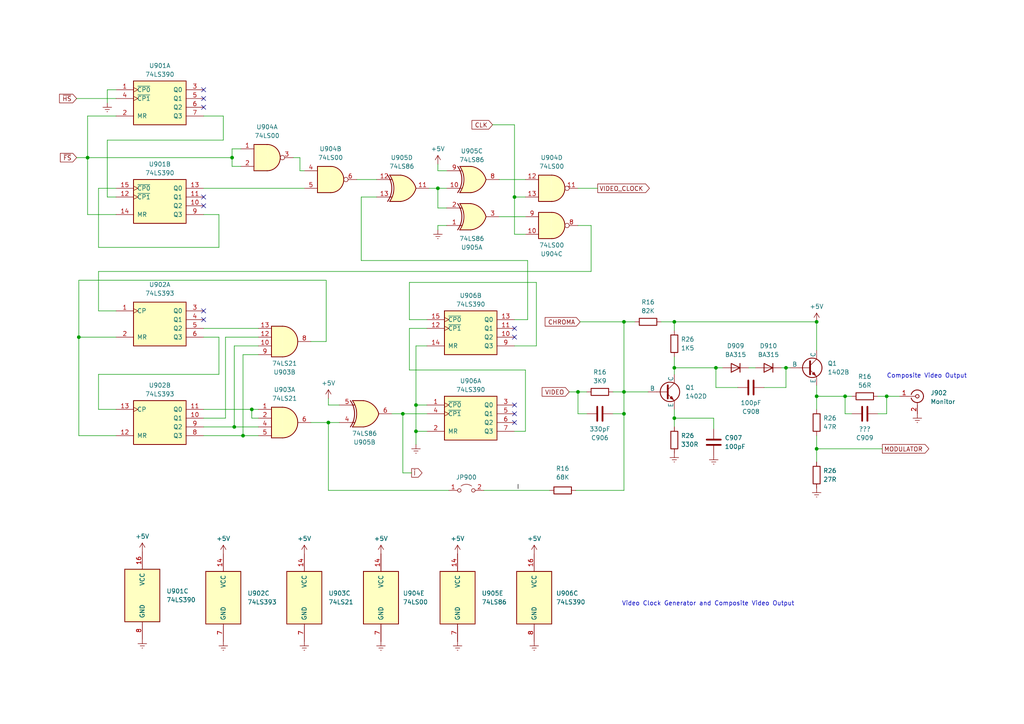
<source format=kicad_sch>
(kicad_sch (version 20230121) (generator eeschema)
  (paper "A4")
  (lib_symbols
    (symbol "74xx:74LS00" (pin_names (offset 1.016))
      (property "Reference" "U" (at 0 1.27 0))
      (property "Value" "74LS00" (at 0 -1.27 0))
      (symbol "74LS00_1_1"
        (arc (start 0 -3.81) (mid 3.7934 0) (end 0 3.81) (stroke (width 0.254)) (fill (type background)))
        (polyline (pts (xy 0 3.81) (xy -3.81 3.81) (xy -3.81 -3.81) (xy 0 -3.81)) (stroke (width 0.254)) (fill (type background)))
        (pin input line (at -7.62 2.54 0) (length 3.81) (name "~") (number "1"))
        (pin input line (at -7.62 -2.54 0) (length 3.81) (name "~") (number "2"))
        (pin output inverted (at 7.62 0 180) (length 3.81) (name "~") (number "3"))
      )
      (symbol "74LS00_1_2"
        (arc (start -3.81 -3.81) (mid -2.589 0) (end -3.81 3.81) (stroke (width 0.254)))
        (arc (start -0.6096 -3.81) (mid 2.1842 -2.5851) (end 3.81 0) (stroke (width 0.254)) (fill (type background)))
        (polyline (pts (xy -3.81 -3.81) (xy -0.635 -3.81)) (stroke (width 0.254)) (fill (type background)))
        (polyline (pts (xy -3.81 3.81) (xy -0.635 3.81)) (stroke (width 0.254)) (fill (type background)))
        (polyline (pts (xy -0.635 3.81) (xy -3.81 3.81) (xy -3.81 3.81) (xy -3.556 3.4036) (xy -3.0226 2.2606) (xy -2.6924 1.0414) (xy -2.6162 -0.254) (xy -2.7686 -1.4986) (xy -3.175 -2.7178) (xy -3.81 -3.81) (xy -3.81 -3.81) (xy -0.635 -3.81)) (stroke (width -25.4)) (fill (type background)))
        (arc (start 3.81 0) (mid 2.1915 2.5936) (end -0.6096 3.81) (stroke (width 0.254)) (fill (type background)))
        (pin input inverted (at -7.62 2.54 0) (length 4.318) (name "~") (number "1"))
        (pin input inverted (at -7.62 -2.54 0) (length 4.318) (name "~") (number "2"))
        (pin output line (at 7.62 0 180) (length 3.81) (name "~") (number "3"))
      )
      (symbol "74LS00_2_1"
        (arc (start 0 -3.81) (mid 3.7934 0) (end 0 3.81) (stroke (width 0.254)) (fill (type background)))
        (polyline (pts (xy 0 3.81) (xy -3.81 3.81) (xy -3.81 -3.81) (xy 0 -3.81)) (stroke (width 0.254)) (fill (type background)))
        (pin input line (at -7.62 2.54 0) (length 3.81) (name "~") (number "4"))
        (pin input line (at -7.62 -2.54 0) (length 3.81) (name "~") (number "5"))
        (pin output inverted (at 7.62 0 180) (length 3.81) (name "~") (number "6"))
      )
      (symbol "74LS00_2_2"
        (arc (start -3.81 -3.81) (mid -2.589 0) (end -3.81 3.81) (stroke (width 0.254)))
        (arc (start -0.6096 -3.81) (mid 2.1842 -2.5851) (end 3.81 0) (stroke (width 0.254)) (fill (type background)))
        (polyline (pts (xy -3.81 -3.81) (xy -0.635 -3.81)) (stroke (width 0.254)) (fill (type background)))
        (polyline (pts (xy -3.81 3.81) (xy -0.635 3.81)) (stroke (width 0.254)) (fill (type background)))
        (polyline (pts (xy -0.635 3.81) (xy -3.81 3.81) (xy -3.81 3.81) (xy -3.556 3.4036) (xy -3.0226 2.2606) (xy -2.6924 1.0414) (xy -2.6162 -0.254) (xy -2.7686 -1.4986) (xy -3.175 -2.7178) (xy -3.81 -3.81) (xy -3.81 -3.81) (xy -0.635 -3.81)) (stroke (width -25.4)) (fill (type background)))
        (arc (start 3.81 0) (mid 2.1915 2.5936) (end -0.6096 3.81) (stroke (width 0.254)) (fill (type background)))
        (pin input inverted (at -7.62 2.54 0) (length 4.318) (name "~") (number "4"))
        (pin input inverted (at -7.62 -2.54 0) (length 4.318) (name "~") (number "5"))
        (pin output line (at 7.62 0 180) (length 3.81) (name "~") (number "6"))
      )
      (symbol "74LS00_3_1"
        (arc (start 0 -3.81) (mid 3.7934 0) (end 0 3.81) (stroke (width 0.254)) (fill (type background)))
        (polyline (pts (xy 0 3.81) (xy -3.81 3.81) (xy -3.81 -3.81) (xy 0 -3.81)) (stroke (width 0.254)) (fill (type background)))
        (pin input line (at -7.62 -2.54 0) (length 3.81) (name "~") (number "10"))
        (pin output inverted (at 7.62 0 180) (length 3.81) (name "~") (number "8"))
        (pin input line (at -7.62 2.54 0) (length 3.81) (name "~") (number "9"))
      )
      (symbol "74LS00_3_2"
        (arc (start -3.81 -3.81) (mid -2.589 0) (end -3.81 3.81) (stroke (width 0.254)))
        (arc (start -0.6096 -3.81) (mid 2.1842 -2.5851) (end 3.81 0) (stroke (width 0.254)) (fill (type background)))
        (polyline (pts (xy -3.81 -3.81) (xy -0.635 -3.81)) (stroke (width 0.254)) (fill (type background)))
        (polyline (pts (xy -3.81 3.81) (xy -0.635 3.81)) (stroke (width 0.254)) (fill (type background)))
        (polyline (pts (xy -0.635 3.81) (xy -3.81 3.81) (xy -3.81 3.81) (xy -3.556 3.4036) (xy -3.0226 2.2606) (xy -2.6924 1.0414) (xy -2.6162 -0.254) (xy -2.7686 -1.4986) (xy -3.175 -2.7178) (xy -3.81 -3.81) (xy -3.81 -3.81) (xy -0.635 -3.81)) (stroke (width -25.4)) (fill (type background)))
        (arc (start 3.81 0) (mid 2.1915 2.5936) (end -0.6096 3.81) (stroke (width 0.254)) (fill (type background)))
        (pin input inverted (at -7.62 -2.54 0) (length 4.318) (name "~") (number "10"))
        (pin output line (at 7.62 0 180) (length 3.81) (name "~") (number "8"))
        (pin input inverted (at -7.62 2.54 0) (length 4.318) (name "~") (number "9"))
      )
      (symbol "74LS00_4_1"
        (arc (start 0 -3.81) (mid 3.7934 0) (end 0 3.81) (stroke (width 0.254)) (fill (type background)))
        (polyline (pts (xy 0 3.81) (xy -3.81 3.81) (xy -3.81 -3.81) (xy 0 -3.81)) (stroke (width 0.254)) (fill (type background)))
        (pin output inverted (at 7.62 0 180) (length 3.81) (name "~") (number "11"))
        (pin input line (at -7.62 2.54 0) (length 3.81) (name "~") (number "12"))
        (pin input line (at -7.62 -2.54 0) (length 3.81) (name "~") (number "13"))
      )
      (symbol "74LS00_4_2"
        (arc (start -3.81 -3.81) (mid -2.589 0) (end -3.81 3.81) (stroke (width 0.254)))
        (arc (start -0.6096 -3.81) (mid 2.1842 -2.5851) (end 3.81 0) (stroke (width 0.254)) (fill (type background)))
        (polyline (pts (xy -3.81 -3.81) (xy -0.635 -3.81)) (stroke (width 0.254)) (fill (type background)))
        (polyline (pts (xy -3.81 3.81) (xy -0.635 3.81)) (stroke (width 0.254)) (fill (type background)))
        (polyline (pts (xy -0.635 3.81) (xy -3.81 3.81) (xy -3.81 3.81) (xy -3.556 3.4036) (xy -3.0226 2.2606) (xy -2.6924 1.0414) (xy -2.6162 -0.254) (xy -2.7686 -1.4986) (xy -3.175 -2.7178) (xy -3.81 -3.81) (xy -3.81 -3.81) (xy -0.635 -3.81)) (stroke (width -25.4)) (fill (type background)))
        (arc (start 3.81 0) (mid 2.1915 2.5936) (end -0.6096 3.81) (stroke (width 0.254)) (fill (type background)))
        (pin output line (at 7.62 0 180) (length 3.81) (name "~") (number "11"))
        (pin input inverted (at -7.62 2.54 0) (length 4.318) (name "~") (number "12"))
        (pin input inverted (at -7.62 -2.54 0) (length 4.318) (name "~") (number "13"))
      )
      (symbol "74LS00_5_0"
        (pin power_in line (at 0 12.7 270) (length 5.08) (name "VCC") (number "14"))
        (pin power_in line (at 0 -12.7 90) (length 5.08) (name "GND") (number "7"))
      )
      (symbol "74LS00_5_1"
        (rectangle (start -5.08 7.62) (end 5.08 -7.62) (stroke (width 0.254)) (fill (type background)))
      )
    )
    (symbol "74xx:74LS21" (pin_names (offset 1.016))
      (property "Reference" "U" (at 0 1.27 0))
      (property "Value" "74LS21" (at 0 -1.27 0))
      (symbol "74LS21_1_1"
        (arc (start -0.635 -4.445) (mid 3.7907 0) (end -0.635 4.445) (stroke (width 0.254)) (fill (type background)))
        (polyline (pts (xy -0.635 4.445) (xy -3.81 4.445) (xy -3.81 -4.445) (xy -0.635 -4.445)) (stroke (width 0.254)) (fill (type background)))
        (pin input line (at -7.62 3.81 0) (length 3.81) (name "~") (number "1"))
        (pin input line (at -7.62 1.27 0) (length 3.81) (name "~") (number "2"))
        (pin input line (at -7.62 -1.27 0) (length 3.81) (name "~") (number "4"))
        (pin input line (at -7.62 -3.81 0) (length 3.81) (name "~") (number "5"))
        (pin output line (at 7.62 0 180) (length 3.81) (name "~") (number "6"))
      )
      (symbol "74LS21_1_2"
        (arc (start -3.81 -4.445) (mid -2.5908 0) (end -3.81 4.445) (stroke (width 0.254)))
        (arc (start -0.6096 -4.445) (mid 2.2246 -2.8422) (end 3.81 0) (stroke (width 0.254)) (fill (type background)))
        (polyline (pts (xy -3.81 -4.445) (xy -0.635 -4.445)) (stroke (width 0.254)) (fill (type background)))
        (polyline (pts (xy -3.81 4.445) (xy -0.635 4.445)) (stroke (width 0.254)) (fill (type background)))
        (polyline (pts (xy -0.635 4.445) (xy -3.81 4.445) (xy -3.81 4.445) (xy -3.6322 4.0894) (xy -3.0988 2.921) (xy -2.7686 1.6764) (xy -2.6162 0.4318) (xy -2.6416 -0.8636) (xy -2.8702 -2.1082) (xy -3.2512 -3.3274) (xy -3.81 -4.445) (xy -3.81 -4.445) (xy -0.635 -4.445)) (stroke (width -25.4)) (fill (type background)))
        (arc (start 3.81 0) (mid 2.2204 2.8379) (end -0.6096 4.445) (stroke (width 0.254)) (fill (type background)))
        (pin input inverted (at -7.62 3.81 0) (length 3.81) (name "~") (number "1"))
        (pin input inverted (at -7.62 1.27 0) (length 4.826) (name "~") (number "2"))
        (pin input inverted (at -7.62 -1.27 0) (length 4.826) (name "~") (number "4"))
        (pin input inverted (at -7.62 -3.81 0) (length 3.81) (name "~") (number "5"))
        (pin output inverted (at 7.62 0 180) (length 3.81) (name "~") (number "6"))
      )
      (symbol "74LS21_2_1"
        (arc (start -0.635 -4.445) (mid 3.7907 0) (end -0.635 4.445) (stroke (width 0.254)) (fill (type background)))
        (polyline (pts (xy -0.635 4.445) (xy -3.81 4.445) (xy -3.81 -4.445) (xy -0.635 -4.445)) (stroke (width 0.254)) (fill (type background)))
        (pin input line (at -7.62 1.27 0) (length 3.81) (name "~") (number "10"))
        (pin input line (at -7.62 -1.27 0) (length 3.81) (name "~") (number "12"))
        (pin input line (at -7.62 -3.81 0) (length 3.81) (name "~") (number "13"))
        (pin output line (at 7.62 0 180) (length 3.81) (name "~") (number "8"))
        (pin input line (at -7.62 3.81 0) (length 3.81) (name "~") (number "9"))
      )
      (symbol "74LS21_2_2"
        (arc (start -3.81 -4.445) (mid -2.5908 0) (end -3.81 4.445) (stroke (width 0.254)))
        (arc (start -0.6096 -4.445) (mid 2.2246 -2.8422) (end 3.81 0) (stroke (width 0.254)) (fill (type background)))
        (polyline (pts (xy -3.81 -4.445) (xy -0.635 -4.445)) (stroke (width 0.254)) (fill (type background)))
        (polyline (pts (xy -3.81 4.445) (xy -0.635 4.445)) (stroke (width 0.254)) (fill (type background)))
        (polyline (pts (xy -0.635 4.445) (xy -3.81 4.445) (xy -3.81 4.445) (xy -3.6322 4.0894) (xy -3.0988 2.921) (xy -2.7686 1.6764) (xy -2.6162 0.4318) (xy -2.6416 -0.8636) (xy -2.8702 -2.1082) (xy -3.2512 -3.3274) (xy -3.81 -4.445) (xy -3.81 -4.445) (xy -0.635 -4.445)) (stroke (width -25.4)) (fill (type background)))
        (arc (start 3.81 0) (mid 2.2204 2.8379) (end -0.6096 4.445) (stroke (width 0.254)) (fill (type background)))
        (pin input inverted (at -7.62 1.27 0) (length 4.826) (name "~") (number "10"))
        (pin input inverted (at -7.62 -1.27 0) (length 4.826) (name "~") (number "12"))
        (pin input inverted (at -7.62 -3.81 0) (length 3.81) (name "~") (number "13"))
        (pin output inverted (at 7.62 0 180) (length 3.81) (name "~") (number "8"))
        (pin input inverted (at -7.62 3.81 0) (length 3.81) (name "~") (number "9"))
      )
      (symbol "74LS21_3_0"
        (pin power_in line (at 0 12.7 270) (length 5.08) (name "VCC") (number "14"))
        (pin power_in line (at 0 -12.7 90) (length 5.08) (name "GND") (number "7"))
      )
      (symbol "74LS21_3_1"
        (rectangle (start -5.08 7.62) (end 5.08 -7.62) (stroke (width 0.254)) (fill (type background)))
      )
    )
    (symbol "74xx:74LS390" (pin_names (offset 1.016))
      (property "Reference" "U" (at -7.62 8.89 0))
      (property "Value" "74LS390" (at -7.62 -8.89 0))
      (symbol "74LS390_1_0"
        (pin input clock (at -12.7 2.54 0) (length 5.08) (name "~{CP0}") (number "1"))
        (pin input line (at -12.7 -5.08 0) (length 5.08) (name "MR") (number "2"))
        (pin output line (at 12.7 2.54 180) (length 5.08) (name "Q0") (number "3"))
        (pin input clock (at -12.7 0 0) (length 5.08) (name "~{CP1}") (number "4"))
        (pin output line (at 12.7 0 180) (length 5.08) (name "Q1") (number "5"))
        (pin output line (at 12.7 -2.54 180) (length 5.08) (name "Q2") (number "6"))
        (pin output line (at 12.7 -5.08 180) (length 5.08) (name "Q3") (number "7"))
      )
      (symbol "74LS390_1_1"
        (rectangle (start -7.62 5.08) (end 7.62 -7.62) (stroke (width 0.254)) (fill (type background)))
      )
      (symbol "74LS390_2_0"
        (pin output line (at 12.7 -2.54 180) (length 5.08) (name "Q2") (number "10"))
        (pin output line (at 12.7 0 180) (length 5.08) (name "Q1") (number "11"))
        (pin input clock (at -12.7 0 0) (length 5.08) (name "~{CP1}") (number "12"))
        (pin output line (at 12.7 2.54 180) (length 5.08) (name "Q0") (number "13"))
        (pin input line (at -12.7 -5.08 0) (length 5.08) (name "MR") (number "14"))
        (pin input clock (at -12.7 2.54 0) (length 5.08) (name "~{CP0}") (number "15"))
        (pin output line (at 12.7 -5.08 180) (length 5.08) (name "Q3") (number "9"))
      )
      (symbol "74LS390_2_1"
        (rectangle (start -7.62 5.08) (end 7.62 -7.62) (stroke (width 0.254)) (fill (type background)))
      )
      (symbol "74LS390_3_0"
        (pin power_in line (at 0 12.7 270) (length 5.08) (name "VCC") (number "16"))
        (pin power_in line (at 0 -12.7 90) (length 5.08) (name "GND") (number "8"))
      )
      (symbol "74LS390_3_1"
        (rectangle (start -5.08 7.62) (end 5.08 -7.62) (stroke (width 0.254)) (fill (type background)))
      )
    )
    (symbol "74xx:74LS393" (pin_names (offset 1.016))
      (property "Reference" "U" (at -7.62 8.89 0))
      (property "Value" "74LS393" (at -7.62 -8.89 0))
      (symbol "74LS393_1_0"
        (pin input clock (at -12.7 2.54 0) (length 5.08) (name "CP") (number "1"))
        (pin input line (at -12.7 -5.08 0) (length 5.08) (name "MR") (number "2"))
        (pin output line (at 12.7 2.54 180) (length 5.08) (name "Q0") (number "3"))
        (pin output line (at 12.7 0 180) (length 5.08) (name "Q1") (number "4"))
        (pin output line (at 12.7 -2.54 180) (length 5.08) (name "Q2") (number "5"))
        (pin output line (at 12.7 -5.08 180) (length 5.08) (name "Q3") (number "6"))
      )
      (symbol "74LS393_1_1"
        (rectangle (start -7.62 5.08) (end 7.62 -7.62) (stroke (width 0.254)) (fill (type background)))
      )
      (symbol "74LS393_2_0"
        (pin output line (at 12.7 0 180) (length 5.08) (name "Q1") (number "10"))
        (pin output line (at 12.7 2.54 180) (length 5.08) (name "Q0") (number "11"))
        (pin input line (at -12.7 -5.08 0) (length 5.08) (name "MR") (number "12"))
        (pin input clock (at -12.7 2.54 0) (length 5.08) (name "CP") (number "13"))
        (pin output line (at 12.7 -5.08 180) (length 5.08) (name "Q3") (number "8"))
        (pin output line (at 12.7 -2.54 180) (length 5.08) (name "Q2") (number "9"))
      )
      (symbol "74LS393_2_1"
        (rectangle (start -7.62 5.08) (end 7.62 -7.62) (stroke (width 0.254)) (fill (type background)))
      )
      (symbol "74LS393_3_0"
        (pin power_in line (at 0 12.7 270) (length 5.08) (name "VCC") (number "14"))
        (pin power_in line (at 0 -12.7 90) (length 5.08) (name "GND") (number "7"))
      )
      (symbol "74LS393_3_1"
        (rectangle (start -5.08 7.62) (end 5.08 -7.62) (stroke (width 0.254)) (fill (type background)))
      )
    )
    (symbol "74xx:74LS86" (pin_names (offset 1.016))
      (property "Reference" "U" (at 0 1.27 0))
      (property "Value" "74LS86" (at 0 -1.27 0))
      (symbol "74LS86_1_0"
        (arc (start -4.4196 -3.81) (mid -3.2033 0) (end -4.4196 3.81) (stroke (width 0.254)))
        (arc (start -3.81 -3.81) (mid -2.589 0) (end -3.81 3.81) (stroke (width 0.254)))
        (arc (start -0.6096 -3.81) (mid 2.1842 -2.5851) (end 3.81 0) (stroke (width 0.254)) (fill (type background)))
        (polyline (pts (xy -3.81 -3.81) (xy -0.635 -3.81)) (stroke (width 0.254)) (fill (type background)))
        (polyline (pts (xy -3.81 3.81) (xy -0.635 3.81)) (stroke (width 0.254)) (fill (type background)))
        (polyline (pts (xy -0.635 3.81) (xy -3.81 3.81) (xy -3.81 3.81) (xy -3.556 3.4036) (xy -3.0226 2.2606) (xy -2.6924 1.0414) (xy -2.6162 -0.254) (xy -2.7686 -1.4986) (xy -3.175 -2.7178) (xy -3.81 -3.81) (xy -3.81 -3.81) (xy -0.635 -3.81)) (stroke (width -25.4)) (fill (type background)))
        (arc (start 3.81 0) (mid 2.1915 2.5936) (end -0.6096 3.81) (stroke (width 0.254)) (fill (type background)))
        (pin input line (at -7.62 2.54 0) (length 4.445) (name "~") (number "1"))
        (pin input line (at -7.62 -2.54 0) (length 4.445) (name "~") (number "2"))
        (pin output line (at 7.62 0 180) (length 3.81) (name "~") (number "3"))
      )
      (symbol "74LS86_1_1"
        (polyline (pts (xy -3.81 -2.54) (xy -3.175 -2.54)) (stroke (width 0.1524)))
        (polyline (pts (xy -3.81 2.54) (xy -3.175 2.54)) (stroke (width 0.1524)))
      )
      (symbol "74LS86_2_0"
        (arc (start -4.4196 -3.81) (mid -3.2033 0) (end -4.4196 3.81) (stroke (width 0.254)))
        (arc (start -3.81 -3.81) (mid -2.589 0) (end -3.81 3.81) (stroke (width 0.254)))
        (arc (start -0.6096 -3.81) (mid 2.1842 -2.5851) (end 3.81 0) (stroke (width 0.254)) (fill (type background)))
        (polyline (pts (xy -3.81 -3.81) (xy -0.635 -3.81)) (stroke (width 0.254)) (fill (type background)))
        (polyline (pts (xy -3.81 3.81) (xy -0.635 3.81)) (stroke (width 0.254)) (fill (type background)))
        (polyline (pts (xy -0.635 3.81) (xy -3.81 3.81) (xy -3.81 3.81) (xy -3.556 3.4036) (xy -3.0226 2.2606) (xy -2.6924 1.0414) (xy -2.6162 -0.254) (xy -2.7686 -1.4986) (xy -3.175 -2.7178) (xy -3.81 -3.81) (xy -3.81 -3.81) (xy -0.635 -3.81)) (stroke (width -25.4)) (fill (type background)))
        (arc (start 3.81 0) (mid 2.1915 2.5936) (end -0.6096 3.81) (stroke (width 0.254)) (fill (type background)))
        (pin input line (at -7.62 2.54 0) (length 4.445) (name "~") (number "4"))
        (pin input line (at -7.62 -2.54 0) (length 4.445) (name "~") (number "5"))
        (pin output line (at 7.62 0 180) (length 3.81) (name "~") (number "6"))
      )
      (symbol "74LS86_2_1"
        (polyline (pts (xy -3.81 -2.54) (xy -3.175 -2.54)) (stroke (width 0.1524)))
        (polyline (pts (xy -3.81 2.54) (xy -3.175 2.54)) (stroke (width 0.1524)))
      )
      (symbol "74LS86_3_0"
        (arc (start -4.4196 -3.81) (mid -3.2033 0) (end -4.4196 3.81) (stroke (width 0.254)))
        (arc (start -3.81 -3.81) (mid -2.589 0) (end -3.81 3.81) (stroke (width 0.254)))
        (arc (start -0.6096 -3.81) (mid 2.1842 -2.5851) (end 3.81 0) (stroke (width 0.254)) (fill (type background)))
        (polyline (pts (xy -3.81 -3.81) (xy -0.635 -3.81)) (stroke (width 0.254)) (fill (type background)))
        (polyline (pts (xy -3.81 3.81) (xy -0.635 3.81)) (stroke (width 0.254)) (fill (type background)))
        (polyline (pts (xy -0.635 3.81) (xy -3.81 3.81) (xy -3.81 3.81) (xy -3.556 3.4036) (xy -3.0226 2.2606) (xy -2.6924 1.0414) (xy -2.6162 -0.254) (xy -2.7686 -1.4986) (xy -3.175 -2.7178) (xy -3.81 -3.81) (xy -3.81 -3.81) (xy -0.635 -3.81)) (stroke (width -25.4)) (fill (type background)))
        (arc (start 3.81 0) (mid 2.1915 2.5936) (end -0.6096 3.81) (stroke (width 0.254)) (fill (type background)))
        (pin input line (at -7.62 -2.54 0) (length 4.445) (name "~") (number "10"))
        (pin output line (at 7.62 0 180) (length 3.81) (name "~") (number "8"))
        (pin input line (at -7.62 2.54 0) (length 4.445) (name "~") (number "9"))
      )
      (symbol "74LS86_3_1"
        (polyline (pts (xy -3.81 -2.54) (xy -3.175 -2.54)) (stroke (width 0.1524)))
        (polyline (pts (xy -3.81 2.54) (xy -3.175 2.54)) (stroke (width 0.1524)))
      )
      (symbol "74LS86_4_0"
        (arc (start -4.4196 -3.81) (mid -3.2033 0) (end -4.4196 3.81) (stroke (width 0.254)))
        (arc (start -3.81 -3.81) (mid -2.589 0) (end -3.81 3.81) (stroke (width 0.254)))
        (arc (start -0.6096 -3.81) (mid 2.1842 -2.5851) (end 3.81 0) (stroke (width 0.254)) (fill (type background)))
        (polyline (pts (xy -3.81 -3.81) (xy -0.635 -3.81)) (stroke (width 0.254)) (fill (type background)))
        (polyline (pts (xy -3.81 3.81) (xy -0.635 3.81)) (stroke (width 0.254)) (fill (type background)))
        (polyline (pts (xy -0.635 3.81) (xy -3.81 3.81) (xy -3.81 3.81) (xy -3.556 3.4036) (xy -3.0226 2.2606) (xy -2.6924 1.0414) (xy -2.6162 -0.254) (xy -2.7686 -1.4986) (xy -3.175 -2.7178) (xy -3.81 -3.81) (xy -3.81 -3.81) (xy -0.635 -3.81)) (stroke (width -25.4)) (fill (type background)))
        (arc (start 3.81 0) (mid 2.1915 2.5936) (end -0.6096 3.81) (stroke (width 0.254)) (fill (type background)))
        (pin output line (at 7.62 0 180) (length 3.81) (name "~") (number "11"))
        (pin input line (at -7.62 2.54 0) (length 4.445) (name "~") (number "12"))
        (pin input line (at -7.62 -2.54 0) (length 4.445) (name "~") (number "13"))
      )
      (symbol "74LS86_4_1"
        (polyline (pts (xy -3.81 -2.54) (xy -3.175 -2.54)) (stroke (width 0.1524)))
        (polyline (pts (xy -3.81 2.54) (xy -3.175 2.54)) (stroke (width 0.1524)))
      )
      (symbol "74LS86_5_0"
        (pin power_in line (at 0 12.7 270) (length 5.08) (name "VCC") (number "14"))
        (pin power_in line (at 0 -12.7 90) (length 5.08) (name "GND") (number "7"))
      )
      (symbol "74LS86_5_1"
        (rectangle (start -5.08 7.62) (end 5.08 -7.62) (stroke (width 0.254)) (fill (type background)))
      )
    )
    (symbol "Connector:Conn_Coaxial" (pin_names (offset 1.016) hide)
      (property "Reference" "J" (at 0.254 3.048 0))
      (property "Value" "Conn_Coaxial" (at 2.921 0 90))
      (symbol "Conn_Coaxial_0_1"
        (arc (start -1.778 -0.508) (mid 0.2311 -1.8066) (end 1.778 0) (stroke (width 0.254)))
        (polyline (pts (xy -2.54 0) (xy -0.508 0)))
        (polyline (pts (xy 0 -2.54) (xy 0 -1.778)))
        (circle (center 0 0) (radius 0.508) (stroke (width 0.2032)))
        (arc (start 1.778 0) (mid 0.2099 1.8101) (end -1.778 0.508) (stroke (width 0.254)))
      )
      (symbol "Conn_Coaxial_1_1"
        (pin passive line (at -5.08 0 0) (length 2.54) (name "In") (number "1"))
        (pin passive line (at 0 -5.08 90) (length 2.54) (name "Ext") (number "2"))
      )
    )
    (symbol "Device:C" (pin_numbers hide) (pin_names (offset 0.254))
      (property "Reference" "C" (at 0.635 2.54 0))
      (property "Value" "C" (at 0.635 -2.54 0))
      (symbol "C_0_1"
        (polyline (pts (xy -2.032 -0.762) (xy 2.032 -0.762)) (stroke (width 0.508)))
        (polyline (pts (xy -2.032 0.762) (xy 2.032 0.762)) (stroke (width 0.508)))
      )
      (symbol "C_1_1"
        (pin passive line (at 0 3.81 270) (length 2.794) (name "~") (number "1"))
        (pin passive line (at 0 -3.81 90) (length 2.794) (name "~") (number "2"))
      )
    )
    (symbol "Device:D" (pin_numbers hide) (pin_names (offset 1.016) hide)
      (property "Reference" "D" (at 0 2.54 0))
      (property "Value" "D" (at 0 -2.54 0))
      (symbol "D_0_1"
        (polyline (pts (xy -1.27 1.27) (xy -1.27 -1.27)) (stroke (width 0.254)))
        (polyline (pts (xy 1.27 0) (xy -1.27 0)))
        (polyline (pts (xy 1.27 1.27) (xy 1.27 -1.27) (xy -1.27 0) (xy 1.27 1.27)) (stroke (width 0.254)))
      )
      (symbol "D_1_1"
        (pin passive line (at -3.81 0 0) (length 2.54) (name "K") (number "1"))
        (pin passive line (at 3.81 0 180) (length 2.54) (name "A") (number "2"))
      )
    )
    (symbol "Device:R" (pin_numbers hide) (pin_names (offset 0))
      (property "Reference" "R" (at 2.032 0 90))
      (property "Value" "R" (at 0 0 90))
      (symbol "R_0_1"
        (rectangle (start -1.016 -2.54) (end 1.016 2.54) (stroke (width 0.254)))
      )
      (symbol "R_1_1"
        (pin passive line (at 0 3.81 270) (length 1.27) (name "~") (number "1"))
        (pin passive line (at 0 -3.81 90) (length 1.27) (name "~") (number "2"))
      )
    )
    (symbol "Jumper:Jumper_2_Open" (pin_names (offset 0) hide)
      (property "Reference" "JP" (at 0 2.794 0))
      (property "Value" "Jumper_2_Open" (at 0 -2.286 0))
      (symbol "Jumper_2_Open_0_0"
        (circle (center -2.032 0) (radius 0.508))
        (circle (center 2.032 0) (radius 0.508))
      )
      (symbol "Jumper_2_Open_0_1"
        (arc (start 1.524 1.27) (mid 0 1.778) (end -1.524 1.27))
      )
      (symbol "Jumper_2_Open_1_1"
        (pin passive line (at -5.08 0 0) (length 2.54) (name "A") (number "1"))
        (pin passive line (at 5.08 0 180) (length 2.54) (name "B") (number "2"))
      )
    )
    (symbol "Simulation_SPICE:NPN" (pin_numbers hide) (pin_names (offset 0))
      (property "Reference" "Q" (at -2.54 7.62 0))
      (property "Value" "NPN" (at -2.54 5.08 0))
      (symbol "NPN_0_1"
        (polyline (pts (xy -2.54 0) (xy 0.635 0)) (stroke (width 0.1524)))
        (polyline (pts (xy 0.635 0.635) (xy 2.54 2.54)))
        (polyline (pts (xy 2.794 -1.27) (xy 2.794 -1.27)) (stroke (width 0.1524)))
        (polyline (pts (xy 2.794 -1.27) (xy 2.794 -1.27)) (stroke (width 0.1524)))
        (polyline (pts (xy 0.635 -0.635) (xy 2.54 -2.54) (xy 2.54 -2.54)))
        (polyline (pts (xy 0.635 1.905) (xy 0.635 -1.905) (xy 0.635 -1.905)) (stroke (width 0.508)))
        (polyline (pts (xy 1.27 -1.778) (xy 1.778 -1.27) (xy 2.286 -2.286) (xy 1.27 -1.778) (xy 1.27 -1.778)) (fill (type outline)))
        (circle (center 1.27 0) (radius 2.8194) (stroke (width 0.254)))
      )
      (symbol "NPN_1_1"
        (pin open_collector line (at 2.54 5.08 270) (length 2.54) (name "C") (number "1"))
        (pin input line (at -5.08 0 0) (length 2.54) (name "B") (number "2"))
        (pin open_emitter line (at 2.54 -5.08 90) (length 2.54) (name "E") (number "3"))
      )
    )
    (symbol "power:+5V" (power) (pin_names (offset 0))
      (property "Value" "+5V" (at 0 3.556 0))
      (symbol "+5V_0_1"
        (polyline (pts (xy -0.762 1.27) (xy 0 2.54)))
        (polyline (pts (xy 0 0) (xy 0 2.54)))
        (polyline (pts (xy 0 2.54) (xy 0.762 1.27)))
      )
      (symbol "+5V_1_1"
        (pin power_in line (at 0 0 90) (length 0) hide (name "+5V") (number "1"))
      )
    )
    (symbol "power:Earth" (power) (pin_names (offset 0))
      (symbol "Earth_0_1"
        (polyline (pts (xy -0.635 -1.905) (xy 0.635 -1.905)))
        (polyline (pts (xy -0.127 -2.54) (xy 0.127 -2.54)))
        (polyline (pts (xy 0 -1.27) (xy 0 0)))
        (polyline (pts (xy 1.27 -1.27) (xy -1.27 -1.27)))
      )
      (symbol "Earth_1_1"
        (pin power_in line (at 0 0 270) (length 0) hide (name "Earth") (number "1"))
      )
    )
  )
  (junction (at 236.855 93.345))
  (junction (at 180.975 93.345))
  (junction (at 127 54.61))
  (junction (at 195.58 106.68))
  (junction (at 236.855 130.175))
  (junction (at 245.11 114.935))
  (junction (at 120.65 117.475))
  (junction (at 180.975 113.665))
  (junction (at 73.025 118.745))
  (junction (at 167.64 113.665))
  (junction (at 195.58 121.285))
  (junction (at 95.25 122.555))
  (junction (at 257.175 114.935))
  (junction (at 195.58 93.345))
  (junction (at 180.975 120.015))
  (junction (at 227.965 106.68))
  (junction (at 25.4 45.72))
  (junction (at 120.65 125.095))
  (junction (at 70.485 126.365))
  (junction (at 22.86 97.79))
  (junction (at 67.945 123.825))
  (junction (at 207.645 106.68))
  (junction (at 67.31 45.72))
  (junction (at 149.225 57.15))
  (junction (at 116.84 120.015))
  (junction (at 236.855 114.935))
  (no_connect (at 149.225 95.25))
  (no_connect (at 59.055 59.69))
  (no_connect (at 149.225 117.475))
  (no_connect (at 59.055 31.115))
  (no_connect (at 59.055 92.71))
  (no_connect (at 149.225 122.555))
  (no_connect (at 59.055 90.17))
  (no_connect (at 59.055 26.035))
  (no_connect (at 149.225 120.015))
  (no_connect (at 59.055 57.15))
  (no_connect (at 149.225 97.79))
  (no_connect (at 59.055 28.575))
  (wire (pts (xy 59.055 54.61) (xy 88.265 54.61)))
  (wire (pts (xy 155.575 81.915) (xy 118.745 81.915)))
  (wire (pts (xy 22.86 97.79) (xy 33.655 97.79)))
  (wire (pts (xy 95.25 122.555) (xy 98.425 122.555)))
  (wire (pts (xy 59.055 95.25) (xy 74.93 95.25)))
  (wire (pts (xy 94.615 99.06) (xy 94.615 81.28)))
  (wire (pts (xy 33.655 33.655) (xy 25.4 33.655)))
  (wire (pts (xy 127 65.405) (xy 127 66.675)))
  (wire (pts (xy 22.86 126.365) (xy 22.86 97.79)))
  (wire (pts (xy 167.64 113.665) (xy 170.18 113.665)))
  (wire (pts (xy 129.54 60.325) (xy 127 60.325)))
  (wire (pts (xy 180.975 113.665) (xy 187.96 113.665)))
  (wire (pts (xy 180.975 120.015) (xy 180.975 113.665)))
  (wire (pts (xy 59.055 33.655) (xy 64.77 33.655)))
  (wire (pts (xy 236.855 101.6) (xy 236.855 93.345)))
  (wire (pts (xy 195.58 93.345) (xy 191.77 93.345)))
  (wire (pts (xy 70.485 126.365) (xy 74.93 126.365)))
  (wire (pts (xy 149.225 57.15) (xy 149.225 36.195)))
  (wire (pts (xy 73.025 118.745) (xy 74.93 118.745)))
  (wire (pts (xy 118.745 81.915) (xy 118.745 92.71)))
  (wire (pts (xy 245.11 120.015) (xy 245.11 114.935)))
  (wire (pts (xy 25.4 45.72) (xy 25.4 62.23)))
  (wire (pts (xy 67.31 45.72) (xy 67.31 43.18)))
  (wire (pts (xy 124.46 54.61) (xy 127 54.61)))
  (wire (pts (xy 153.035 75.565) (xy 104.775 75.565)))
  (wire (pts (xy 104.775 75.565) (xy 104.775 57.15)))
  (wire (pts (xy 73.025 121.285) (xy 73.025 118.745)))
  (wire (pts (xy 152.4 67.945) (xy 149.225 67.945)))
  (wire (pts (xy 177.8 113.665) (xy 180.975 113.665)))
  (wire (pts (xy 85.09 45.72) (xy 86.995 45.72)))
  (wire (pts (xy 120.65 125.095) (xy 120.65 128.905)))
  (wire (pts (xy 28.575 118.745) (xy 33.655 118.745)))
  (wire (pts (xy 177.8 120.015) (xy 180.975 120.015)))
  (wire (pts (xy 254.635 114.935) (xy 257.175 114.935)))
  (wire (pts (xy 226.695 106.68) (xy 227.965 106.68)))
  (wire (pts (xy 31.115 40.64) (xy 31.115 57.15)))
  (wire (pts (xy 171.45 65.405) (xy 171.45 78.74)))
  (wire (pts (xy 195.58 106.68) (xy 207.645 106.68)))
  (wire (pts (xy 171.45 78.74) (xy 28.575 78.74)))
  (wire (pts (xy 127 49.53) (xy 127 47.625)))
  (wire (pts (xy 236.855 130.175) (xy 236.855 133.985)))
  (wire (pts (xy 207.01 121.285) (xy 195.58 121.285)))
  (wire (pts (xy 207.01 124.46) (xy 207.01 121.285)))
  (wire (pts (xy 69.85 48.26) (xy 67.31 48.26)))
  (wire (pts (xy 95.25 142.24) (xy 130.175 142.24)))
  (wire (pts (xy 123.825 117.475) (xy 120.65 117.475)))
  (wire (pts (xy 221.615 112.395) (xy 227.965 112.395)))
  (wire (pts (xy 90.17 122.555) (xy 95.25 122.555)))
  (wire (pts (xy 170.18 120.015) (xy 167.64 120.015)))
  (wire (pts (xy 116.84 120.015) (xy 123.825 120.015)))
  (wire (pts (xy 149.225 92.71) (xy 153.035 92.71)))
  (wire (pts (xy 104.775 57.15) (xy 109.22 57.15)))
  (wire (pts (xy 213.995 112.395) (xy 207.645 112.395)))
  (wire (pts (xy 67.31 43.18) (xy 69.85 43.18)))
  (wire (pts (xy 129.54 49.53) (xy 127 49.53)))
  (wire (pts (xy 123.825 100.33) (xy 120.65 100.33)))
  (wire (pts (xy 207.645 106.68) (xy 209.55 106.68)))
  (wire (pts (xy 67.945 123.825) (xy 74.93 123.825)))
  (wire (pts (xy 236.855 130.175) (xy 255.905 130.175)))
  (wire (pts (xy 74.93 100.33) (xy 67.945 100.33)))
  (wire (pts (xy 168.275 93.345) (xy 180.975 93.345)))
  (wire (pts (xy 236.855 111.76) (xy 236.855 114.935)))
  (wire (pts (xy 25.4 62.23) (xy 33.655 62.23)))
  (wire (pts (xy 127 60.325) (xy 127 54.61)))
  (wire (pts (xy 149.225 100.33) (xy 155.575 100.33)))
  (wire (pts (xy 227.965 112.395) (xy 227.965 106.68)))
  (wire (pts (xy 59.055 118.745) (xy 73.025 118.745)))
  (wire (pts (xy 152.4 107.315) (xy 118.745 107.315)))
  (wire (pts (xy 184.15 93.345) (xy 180.975 93.345)))
  (wire (pts (xy 90.17 99.06) (xy 94.615 99.06)))
  (wire (pts (xy 64.77 40.64) (xy 31.115 40.64)))
  (wire (pts (xy 144.78 52.07) (xy 152.4 52.07)))
  (wire (pts (xy 98.425 117.475) (xy 95.25 117.475)))
  (wire (pts (xy 118.745 95.25) (xy 123.825 95.25)))
  (wire (pts (xy 28.575 90.17) (xy 33.655 90.17)))
  (wire (pts (xy 63.5 108.585) (xy 28.575 108.585)))
  (wire (pts (xy 67.945 100.33) (xy 67.945 123.825)))
  (wire (pts (xy 120.65 100.33) (xy 120.65 117.475)))
  (wire (pts (xy 74.93 121.285) (xy 73.025 121.285)))
  (wire (pts (xy 236.855 126.365) (xy 236.855 130.175)))
  (wire (pts (xy 120.65 117.475) (xy 120.65 125.095)))
  (wire (pts (xy 247.015 120.015) (xy 245.11 120.015)))
  (wire (pts (xy 257.175 120.015) (xy 257.175 114.935)))
  (wire (pts (xy 59.055 62.23) (xy 63.5 62.23)))
  (wire (pts (xy 63.5 97.79) (xy 63.5 108.585)))
  (wire (pts (xy 118.745 107.315) (xy 118.745 95.25)))
  (wire (pts (xy 236.855 93.345) (xy 195.58 93.345)))
  (wire (pts (xy 149.225 67.945) (xy 149.225 57.15)))
  (wire (pts (xy 195.58 103.505) (xy 195.58 106.68)))
  (wire (pts (xy 28.575 78.74) (xy 28.575 90.17)))
  (wire (pts (xy 180.975 93.345) (xy 180.975 113.665)))
  (wire (pts (xy 245.11 114.935) (xy 247.015 114.935)))
  (wire (pts (xy 31.115 29.845) (xy 31.115 26.035)))
  (wire (pts (xy 59.055 97.79) (xy 63.5 97.79)))
  (wire (pts (xy 103.505 52.07) (xy 109.22 52.07)))
  (wire (pts (xy 195.58 95.885) (xy 195.58 93.345)))
  (wire (pts (xy 195.58 106.68) (xy 195.58 108.585)))
  (wire (pts (xy 149.225 57.15) (xy 152.4 57.15)))
  (wire (pts (xy 22.225 45.72) (xy 25.4 45.72)))
  (wire (pts (xy 120.65 125.095) (xy 123.825 125.095)))
  (wire (pts (xy 25.4 33.655) (xy 25.4 45.72)))
  (wire (pts (xy 95.25 122.555) (xy 95.25 142.24)))
  (wire (pts (xy 59.055 126.365) (xy 70.485 126.365)))
  (wire (pts (xy 149.225 36.195) (xy 142.875 36.195)))
  (wire (pts (xy 31.115 57.15) (xy 33.655 57.15)))
  (wire (pts (xy 25.4 45.72) (xy 67.31 45.72)))
  (wire (pts (xy 149.225 125.095) (xy 152.4 125.095)))
  (wire (pts (xy 65.405 97.79) (xy 74.93 97.79)))
  (wire (pts (xy 28.575 71.755) (xy 28.575 54.61)))
  (wire (pts (xy 167.64 65.405) (xy 171.45 65.405)))
  (wire (pts (xy 180.975 120.015) (xy 180.975 142.24)))
  (wire (pts (xy 113.665 120.015) (xy 116.84 120.015)))
  (wire (pts (xy 33.655 126.365) (xy 22.86 126.365)))
  (wire (pts (xy 67.31 48.26) (xy 67.31 45.72)))
  (wire (pts (xy 167.005 142.24) (xy 180.975 142.24)))
  (wire (pts (xy 254.635 120.015) (xy 257.175 120.015)))
  (wire (pts (xy 207.645 112.395) (xy 207.645 106.68)))
  (wire (pts (xy 152.4 107.315) (xy 152.4 125.095)))
  (wire (pts (xy 155.575 100.33) (xy 155.575 81.915)))
  (wire (pts (xy 257.175 114.935) (xy 260.985 114.935)))
  (wire (pts (xy 127 54.61) (xy 129.54 54.61)))
  (wire (pts (xy 140.335 142.24) (xy 159.385 142.24)))
  (wire (pts (xy 236.855 114.935) (xy 236.855 118.745)))
  (wire (pts (xy 95.25 117.475) (xy 95.25 115.57)))
  (wire (pts (xy 167.64 54.61) (xy 173.355 54.61)))
  (wire (pts (xy 65.405 121.285) (xy 65.405 97.79)))
  (wire (pts (xy 118.745 92.71) (xy 123.825 92.71)))
  (wire (pts (xy 195.58 118.745) (xy 195.58 121.285)))
  (wire (pts (xy 22.86 81.28) (xy 22.86 97.79)))
  (wire (pts (xy 129.54 65.405) (xy 127 65.405)))
  (wire (pts (xy 31.115 26.035) (xy 33.655 26.035)))
  (wire (pts (xy 119.38 137.16) (xy 116.84 137.16)))
  (wire (pts (xy 94.615 81.28) (xy 22.86 81.28)))
  (wire (pts (xy 63.5 62.23) (xy 63.5 71.755)))
  (wire (pts (xy 236.855 114.935) (xy 245.11 114.935)))
  (wire (pts (xy 28.575 71.755) (xy 63.5 71.755)))
  (wire (pts (xy 28.575 54.61) (xy 33.655 54.61)))
  (wire (pts (xy 70.485 102.87) (xy 70.485 126.365)))
  (wire (pts (xy 167.64 120.015) (xy 167.64 113.665)))
  (wire (pts (xy 22.225 28.575) (xy 33.655 28.575)))
  (wire (pts (xy 116.84 137.16) (xy 116.84 120.015)))
  (wire (pts (xy 86.995 49.53) (xy 88.265 49.53)))
  (wire (pts (xy 28.575 108.585) (xy 28.575 118.745)))
  (wire (pts (xy 74.93 102.87) (xy 70.485 102.87)))
  (wire (pts (xy 195.58 121.285) (xy 195.58 123.825)))
  (wire (pts (xy 59.055 123.825) (xy 67.945 123.825)))
  (wire (pts (xy 64.77 33.655) (xy 64.77 40.64)))
  (wire (pts (xy 153.035 92.71) (xy 153.035 75.565)))
  (wire (pts (xy 86.995 45.72) (xy 86.995 49.53)))
  (wire (pts (xy 227.965 106.68) (xy 229.235 106.68)))
  (wire (pts (xy 217.17 106.68) (xy 219.075 106.68)))
  (wire (pts (xy 165.1 113.665) (xy 167.64 113.665)))
  (wire (pts (xy 144.78 62.865) (xy 152.4 62.865)))
  (wire (pts (xy 59.055 121.285) (xy 65.405 121.285)))
  (text "Video Clock Generator and Composite Video Output" (at 180.34 175.895 0) (effects (font (size 1.27 1.27)) (justify left bottom)))
  (text "Composite Video Output" (at 257.175 109.855 0) (effects (font (size 1.27 1.27)) (justify left bottom)))
  (label "I" (at 149.86 142.24 0))
  (global_label "~{FS}" (shape input) (at 22.225 45.72 180) (property "Intersheetrefs" "${INTERSHEET_REFS}" (effects hide)))
  (global_label "CHROMA" (shape input) (at 168.275 93.345 180) (property "Intersheetrefs" "${INTERSHEET_REFS}" (effects hide)))
  (global_label "~{HS}" (shape input) (at 22.225 28.575 180) (property "Intersheetrefs" "${INTERSHEET_REFS}" (effects hide)))
  (global_label "CLK" (shape input) (at 142.875 36.195 180) (property "Intersheetrefs" "${INTERSHEET_REFS}" (effects hide)))
  (global_label "VIDEO_CLOCK" (shape output) (at 173.355 54.61 0) (property "Intersheetrefs" "${INTERSHEET_REFS}" (effects hide)))
  (global_label "~{I}" (shape output) (at 119.38 137.16 0) (property "Intersheetrefs" "${INTERSHEET_REFS}" (effects hide)))
  (global_label "MODULATOR" (shape output) (at 255.905 130.175 0) (property "Intersheetrefs" "${INTERSHEET_REFS}" (effects hide)))
  (global_label "VIDEO" (shape input) (at 165.1 113.665 180) (property "Intersheetrefs" "${INTERSHEET_REFS}" (effects hide)))
  (symbol (lib_id "power:Earth") (at 207.01 132.08 0) (unit 1)
    (property "Reference" "#PWR072" (effects hide))
    (property "Value" "Earth" (effects hide))
    (instances (project "VZ200" (path "" (reference "#PWR072") (unit 1)) (path "" (reference "#PWR090") (unit 1))))
  )
  (symbol (lib_id "power:+5V") (at 236.855 93.345 0) (unit 1)
    (property "Reference" "#PWR073" (effects hide))
    (property "Value" "+5V" (at 236.855 88.9 0))
    (instances (project "VZ200" (path "" (reference "#PWR073") (unit 1)) (path "" (reference "#PWR091") (unit 1))))
  )
  (symbol (lib_id "Device:R") (at 195.58 99.695 0) (unit 1)
    (property "Reference" "R26" (at 197.485 98.425 0) (effects (justify left)))
    (property "Value" "1K5" (at 197.485 100.965 0) (effects (justify left)))
    (property "Footprint" "Resistor_THT:R_Axial_DIN0207_L6.3mm_D2.5mm_P7.62mm_Horizontal" (effects hide))
    (instances (project "VZ200" (path "" (reference "R26") (unit 1)) (path "" (reference "R905") (unit 1)) (path "" (reference "R922") (unit 1))))
  )
  (symbol (lib_id "74xx:74LS390") (at 46.355 57.15 0) (unit 2)
    (property "Reference" "U901" (at 46.355 47.625 0))
    (property "Value" "74LS390" (at 46.355 50.165 0))
    (property "Footprint" "Package_DIP:DIP-16_W7.62mm" (effects hide))
    (property "Datasheet" "http://www.ti.com/lit/gpn/sn74LS390" (effects hide))
  )
  (symbol (lib_id "Device:R") (at 236.855 137.795 0) (unit 1)
    (property "Reference" "R26" (at 238.76 136.525 0) (effects (justify left)))
    (property "Value" "27R" (at 238.76 139.065 0) (effects (justify left)))
    (property "Footprint" "Resistor_THT:R_Axial_DIN0207_L6.3mm_D2.5mm_P7.62mm_Horizontal" (effects hide))
    (instances (project "VZ200" (path "" (reference "R26") (unit 1)) (path "" (reference "R905") (unit 1)) (path "" (reference "R925") (unit 1))))
  )
  (symbol (lib_id "power:+5V") (at 110.49 160.655 0) (unit 1)
    (property "Reference" "#PWR073" (effects hide))
    (property "Value" "+5V" (at 110.49 156.21 0))
    (instances (project "VZ200" (path "" (reference "#PWR073") (unit 1)) (path "" (reference "#PWR079") (unit 1))))
  )
  (symbol (lib_id "74xx:74LS393") (at 64.77 173.355 0) (unit 3)
    (property "Reference" "U902" (at 71.755 172.085 0) (effects (justify left)))
    (property "Value" "74LS393" (at 71.755 174.625 0) (effects (justify left)))
    (property "Footprint" "Package_DIP:DIP-14_W7.62mm" (effects hide))
    (property "Datasheet" "74xx\\74LS393.pdf" (effects hide))
  )
  (symbol (lib_id "74xx:74LS393") (at 46.355 92.71 0) (unit 1)
    (property "Reference" "U902" (at 46.355 82.55 0))
    (property "Value" "74LS393" (at 46.355 85.09 0))
    (property "Footprint" "Package_DIP:DIP-14_W7.62mm" (effects hide))
    (property "Datasheet" "74xx\\74LS393.pdf" (effects hide))
  )
  (symbol (lib_id "power:Earth") (at 64.77 186.055 0) (unit 1)
    (property "Reference" "#PWR072" (effects hide))
    (property "Value" "Earth" (effects hide))
    (instances (project "VZ200" (path "" (reference "#PWR072") (unit 1)) (path "" (reference "#PWR076") (unit 1))))
  )
  (symbol (lib_id "power:+5V") (at 88.265 160.655 0) (unit 1)
    (property "Reference" "#PWR073" (effects hide))
    (property "Value" "+5V" (at 88.265 156.21 0))
    (instances (project "VZ200" (path "" (reference "#PWR073") (unit 1)) (path "" (reference "#PWR077") (unit 1))))
  )
  (symbol (lib_id "power:+5V") (at 127 47.625 0) (unit 1)
    (property "Reference" "#PWR073" (effects hide))
    (property "Value" "+5V" (at 127 43.18 0))
    (instances (project "VZ200" (path "" (reference "#PWR073") (unit 1)) (path "" (reference "#PWR084") (unit 1))))
  )
  (symbol (lib_id "power:Earth") (at 88.265 186.055 0) (unit 1)
    (property "Reference" "#PWR072" (effects hide))
    (property "Value" "Earth" (effects hide))
    (instances (project "VZ200" (path "" (reference "#PWR072") (unit 1)) (path "" (reference "#PWR078") (unit 1))))
  )
  (symbol (lib_id "Simulation_SPICE:NPN") (at 193.04 113.665 0) (unit 1)
    (property "Reference" "Q1" (at 198.755 112.395 0) (effects (justify left)))
    (property "Value" "1402D" (at 198.755 114.935 0) (effects (justify left)))
    (property "Footprint" "Package_TO_SOT_THT:TO-92_Inline_Wide" (effects hide))
    (property "Sim.Device" "NPN" (effects hide))
    (property "Sim.Type" "GUMMELPOON" (effects hide))
    (property "Sim.Pins" "1=C 2=B 3=E" (effects hide))
    (instances (project "VZ200" (path "" (reference "Q1") (unit 1)) (path "" (reference "Q901") (unit 1))))
  )
  (symbol (lib_id "74xx:74LS00") (at 160.02 54.61 0) (unit 4)
    (property "Reference" "U904" (at 160.0117 45.72 0))
    (property "Value" "74LS00" (at 160.0117 48.26 0))
    (property "Footprint" "Package_DIP:DIP-14_W7.62mm" (effects hide))
    (property "Datasheet" "http://www.ti.com/lit/gpn/sn74ls00" (effects hide))
  )
  (symbol (lib_id "Device:C") (at 173.99 120.015 90) (mirror x) (unit 1)
    (property "Reference" "C906" (at 173.99 127 90))
    (property "Value" "330pF" (at 173.99 124.46 90))
  )
  (symbol (lib_id "power:Earth") (at 110.49 186.055 0) (unit 1)
    (property "Reference" "#PWR072" (effects hide))
    (property "Value" "Earth" (effects hide))
    (instances (project "VZ200" (path "" (reference "#PWR072") (unit 1)) (path "" (reference "#PWR080") (unit 1))))
  )
  (symbol (lib_id "power:+5V") (at 64.77 160.655 0) (unit 1)
    (property "Reference" "#PWR073" (effects hide))
    (property "Value" "+5V" (at 64.77 156.21 0))
    (instances (project "VZ200" (path "" (reference "#PWR073") (unit 1)) (path "" (reference "#PWR075") (unit 1))))
  )
  (symbol (lib_id "Device:R") (at 163.195 142.24 90) (unit 1)
    (property "Reference" "R16" (at 163.195 135.89 90))
    (property "Value" "68K" (at 163.195 138.43 90))
    (property "Footprint" "Resistor_THT:R_Axial_DIN0207_L6.3mm_D2.5mm_P7.62mm_Horizontal" (effects hide))
    (instances (project "VZ200" (path "" (reference "R16") (unit 1)) (path "" (reference "R901") (unit 1)) (path "" (reference "R919") (unit 1))))
  )
  (symbol (lib_id "Device:R") (at 187.96 93.345 90) (unit 1)
    (property "Reference" "R16" (at 187.96 87.63 90))
    (property "Value" "82K" (at 187.96 90.17 90))
    (property "Footprint" "Resistor_THT:R_Axial_DIN0207_L6.3mm_D2.5mm_P7.62mm_Horizontal" (effects hide))
    (instances (project "VZ200" (path "" (reference "R16") (unit 1)) (path "" (reference "R901") (unit 1)) (path "" (reference "R921") (unit 1))))
  )
  (symbol (lib_id "power:Earth") (at 41.275 185.42 0) (unit 1)
    (property "Reference" "#PWR072" (effects hide))
    (property "Value" "Earth" (effects hide))
    (instances (project "VZ200" (path "" (reference "#PWR072") (unit 1)) (path "" (reference "#PWR074") (unit 1))))
  )
  (symbol (lib_id "Device:R") (at 195.58 127.635 0) (unit 1)
    (property "Reference" "R26" (at 197.485 126.365 0) (effects (justify left)))
    (property "Value" "330R" (at 197.485 128.905 0) (effects (justify left)))
    (property "Footprint" "Resistor_THT:R_Axial_DIN0207_L6.3mm_D2.5mm_P7.62mm_Horizontal" (effects hide))
    (instances (project "VZ200" (path "" (reference "R26") (unit 1)) (path "" (reference "R905") (unit 1)) (path "" (reference "R923") (unit 1))))
  )
  (symbol (lib_id "Device:C") (at 217.805 112.395 90) (mirror x) (unit 1)
    (property "Reference" "C908" (at 217.805 119.38 90))
    (property "Value" "100pF" (at 217.805 116.84 90))
  )
  (symbol (lib_id "power:Earth") (at 127 66.675 0) (unit 1)
    (property "Reference" "#PWR072" (effects hide))
    (property "Value" "Earth" (effects hide))
    (instances (project "VZ200" (path "" (reference "#PWR072") (unit 1)) (path "" (reference "#PWR085") (unit 1))))
  )
  (symbol (lib_id "Simulation_SPICE:NPN") (at 234.315 106.68 0) (unit 1)
    (property "Reference" "Q1" (at 240.03 105.41 0) (effects (justify left)))
    (property "Value" "1402B" (at 240.03 107.95 0) (effects (justify left)))
    (property "Footprint" "Package_TO_SOT_THT:TO-92_Inline_Wide" (effects hide))
    (property "Sim.Device" "NPN" (effects hide))
    (property "Sim.Type" "GUMMELPOON" (effects hide))
    (property "Sim.Pins" "1=C 2=B 3=E" (effects hide))
    (instances (project "VZ200" (path "" (reference "Q1") (unit 1)) (path "" (reference "Q902") (unit 1))))
  )
  (symbol (lib_id "Device:R") (at 250.825 114.935 90) (unit 1)
    (property "Reference" "R16" (at 250.825 109.22 90))
    (property "Value" "56R" (at 250.825 111.76 90))
    (property "Footprint" "Resistor_THT:R_Axial_DIN0207_L6.3mm_D2.5mm_P7.62mm_Horizontal" (effects hide))
    (instances (project "VZ200" (path "" (reference "R16") (unit 1)) (path "" (reference "R901") (unit 1)) (path "" (reference "R926") (unit 1))))
  )
  (symbol (lib_id "74xx:74LS393") (at 46.355 121.285 0) (unit 2)
    (property "Reference" "U902" (at 46.355 111.76 0))
    (property "Value" "74LS393" (at 46.355 114.3 0))
    (property "Footprint" "Package_DIP:DIP-14_W7.62mm" (effects hide))
    (property "Datasheet" "74xx\\74LS393.pdf" (effects hide))
  )
  (symbol (lib_id "74xx:74LS21") (at 82.55 99.06 0) (mirror x) (unit 2)
    (property "Reference" "U903" (at 82.5403 107.95 0))
    (property "Value" "74LS21" (at 82.5403 105.41 0))
    (property "Footprint" "Package_DIP:DIP-14_W7.62mm" (effects hide))
    (property "Datasheet" "http://www.ti.com/lit/gpn/sn74LS21" (effects hide))
  )
  (symbol (lib_id "power:Earth") (at 120.65 128.905 0) (unit 1)
    (property "Reference" "#PWR072" (effects hide))
    (property "Value" "Earth" (effects hide))
    (instances (project "VZ200" (path "" (reference "#PWR072") (unit 1)) (path "" (reference "#PWR086") (unit 1))))
  )
  (symbol (lib_id "power:Earth") (at 132.715 186.055 0) (unit 1)
    (property "Reference" "#PWR072" (effects hide))
    (property "Value" "Earth" (effects hide))
    (instances (project "VZ200" (path "" (reference "#PWR072") (unit 1)) (path "" (reference "#PWR082") (unit 1))))
  )
  (symbol (lib_id "power:Earth") (at 31.115 29.845 0) (unit 1)
    (property "Reference" "#PWR074" (effects hide))
    (property "Value" "Earth" (effects hide))
    (instances (project "VZ200" (path "" (reference "#PWR074") (unit 1)) (path "" (reference "#PWR072") (unit 1))))
  )
  (symbol (lib_id "Device:D") (at 213.36 106.68 180) (unit 1)
    (property "Reference" "D909" (at 213.36 100.33 0))
    (property "Value" "BA315" (at 213.36 102.87 0))
    (property "Sim.Device" "D" (effects hide))
    (property "Sim.Pins" "1=K 2=A" (effects hide))
  )
  (symbol (lib_id "74xx:74LS86") (at 137.16 52.07 0) (unit 3)
    (property "Reference" "U905" (at 136.8552 43.815 0))
    (property "Value" "74LS86" (at 136.8552 46.355 0))
    (property "Footprint" "Package_DIP:DIP-14_W7.62mm" (effects hide))
    (property "Datasheet" "74xx/74ls86.pdf" (effects hide))
  )
  (symbol (lib_id "power:Earth") (at 236.855 141.605 0) (unit 1)
    (property "Reference" "#PWR072" (effects hide))
    (property "Value" "Earth" (effects hide))
    (instances (project "VZ200" (path "" (reference "#PWR072") (unit 1)) (path "" (reference "#PWR092") (unit 1))))
  )
  (symbol (lib_id "power:+5V") (at 95.25 115.57 0) (unit 1)
    (property "Reference" "#PWR073" (effects hide))
    (property "Value" "+5V" (at 95.25 111.125 0))
    (instances (project "VZ200" (path "" (reference "#PWR073") (unit 1)) (path "" (reference "#PWR083") (unit 1))))
  )
  (symbol (lib_id "power:Earth") (at 266.065 120.015 0) (unit 1)
    (property "Reference" "#PWR072" (effects hide))
    (property "Value" "Earth" (effects hide))
    (instances (project "VZ200" (path "" (reference "#PWR072") (unit 1)) (path "" (reference "#PWR093") (unit 1))))
  )
  (symbol (lib_id "74xx:74LS00") (at 110.49 173.355 0) (unit 5)
    (property "Reference" "U904" (at 116.84 172.085 0) (effects (justify left)))
    (property "Value" "74LS00" (at 116.84 174.625 0) (effects (justify left)))
    (property "Footprint" "Package_DIP:DIP-14_W7.62mm" (effects hide))
    (property "Datasheet" "http://www.ti.com/lit/gpn/sn74ls00" (effects hide))
  )
  (symbol (lib_id "74xx:74LS86") (at 132.715 173.355 0) (unit 5)
    (property "Reference" "U905" (at 139.7 172.085 0) (effects (justify left)))
    (property "Value" "74LS86" (at 139.7 174.625 0) (effects (justify left)))
    (property "Footprint" "Package_DIP:DIP-14_W7.62mm" (effects hide))
    (property "Datasheet" "74xx/74ls86.pdf" (effects hide))
  )
  (symbol (lib_id "Device:D") (at 222.885 106.68 180) (unit 1)
    (property "Reference" "D910" (at 222.885 100.33 0))
    (property "Value" "BA315" (at 222.885 102.87 0))
    (property "Sim.Device" "D" (effects hide))
    (property "Sim.Pins" "1=K 2=A" (effects hide))
  )
  (symbol (lib_id "74xx:74LS21") (at 88.265 173.355 0) (unit 3)
    (property "Reference" "U903" (at 95.25 172.085 0) (effects (justify left)))
    (property "Value" "74LS21" (at 95.25 174.625 0) (effects (justify left)))
    (property "Footprint" "Package_DIP:DIP-14_W7.62mm" (effects hide))
    (property "Datasheet" "http://www.ti.com/lit/gpn/sn74LS21" (effects hide))
  )
  (symbol (lib_id "74xx:74LS390") (at 46.355 28.575 0) (unit 1)
    (property "Reference" "U901" (at 46.355 19.05 0))
    (property "Value" "74LS390" (at 46.355 21.59 0))
    (property "Footprint" "Package_DIP:DIP-16_W7.62mm" (effects hide))
    (property "Datasheet" "http://www.ti.com/lit/gpn/sn74LS390" (effects hide))
  )
  (symbol (lib_id "power:+5V") (at 41.275 160.02 0) (unit 1)
    (property "Reference" "#PWR073" (effects hide))
    (property "Value" "+5V" (at 41.275 155.575 0))
  )
  (symbol (lib_id "Device:C") (at 207.01 128.27 0) (unit 1)
    (property "Reference" "C907" (at 210.185 127 0) (effects (justify left)))
    (property "Value" "100pF" (at 210.185 129.54 0) (effects (justify left)))
  )
  (symbol (lib_id "74xx:74LS00") (at 160.02 65.405 0) (unit 3)
    (property "Reference" "U904" (at 160.02 73.66 0))
    (property "Value" "74LS00" (at 160.02 71.12 0))
    (property "Footprint" "Package_DIP:DIP-14_W7.62mm" (effects hide))
    (property "Datasheet" "http://www.ti.com/lit/gpn/sn74ls00" (effects hide))
  )
  (symbol (lib_id "power:Earth") (at 154.94 186.055 0) (unit 1)
    (property "Reference" "#PWR072" (effects hide))
    (property "Value" "Earth" (effects hide))
    (instances (project "VZ200" (path "" (reference "#PWR072") (unit 1)) (path "" (reference "#PWR087") (unit 1))))
  )
  (symbol (lib_id "Device:R") (at 236.855 122.555 0) (unit 1)
    (property "Reference" "R26" (at 238.76 121.285 0) (effects (justify left)))
    (property "Value" "47R" (at 238.76 123.825 0) (effects (justify left)))
    (property "Footprint" "Resistor_THT:R_Axial_DIN0207_L6.3mm_D2.5mm_P7.62mm_Horizontal" (effects hide))
    (instances (project "VZ200" (path "" (reference "R26") (unit 1)) (path "" (reference "R905") (unit 1)) (path "" (reference "R924") (unit 1))))
  )
  (symbol (lib_id "74xx:74LS390") (at 136.525 95.25 0) (unit 2)
    (property "Reference" "U906" (at 136.525 85.725 0))
    (property "Value" "74LS390" (at 136.525 88.265 0))
    (property "Footprint" "Package_DIP:DIP-14_W7.62mm" (effects hide))
    (property "Datasheet" "http://www.ti.com/lit/gpn/sn74LS390" (effects hide))
  )
  (symbol (lib_id "power:+5V") (at 132.715 160.655 0) (unit 1)
    (property "Reference" "#PWR073" (effects hide))
    (property "Value" "+5V" (at 132.715 156.21 0))
    (instances (project "VZ200" (path "" (reference "#PWR073") (unit 1)) (path "" (reference "#PWR081") (unit 1))))
  )
  (symbol (lib_id "74xx:74LS21") (at 82.55 122.555 0) (unit 1)
    (property "Reference" "U903" (at 82.5403 113.03 0))
    (property "Value" "74LS21" (at 82.5403 115.57 0))
    (property "Footprint" "Package_DIP:DIP-14_W7.62mm" (effects hide))
    (property "Datasheet" "http://www.ti.com/lit/gpn/sn74LS21" (effects hide))
  )
  (symbol (lib_id "Connector:Conn_Coaxial") (at 266.065 114.935 0) (unit 1)
    (property "Reference" "J902" (at 269.875 113.9582 0) (effects (justify left)))
    (property "Value" "Monitor" (at 269.875 116.4982 0) (effects (justify left)))
    (property "Datasheet" " ~" (effects hide))
  )
  (symbol (lib_id "74xx:74LS390") (at 154.94 173.355 0) (unit 3)
    (property "Reference" "U906" (at 161.29 172.085 0) (effects (justify left)))
    (property "Value" "74LS390" (at 161.29 174.625 0) (effects (justify left)))
    (property "Footprint" "Package_DIP:DIP-14_W7.62mm" (effects hide))
    (property "Datasheet" "http://www.ti.com/lit/gpn/sn74LS390" (effects hide))
  )
  (symbol (lib_id "74xx:74LS390") (at 136.525 120.015 0) (unit 1)
    (property "Reference" "U906" (at 136.525 110.49 0))
    (property "Value" "74LS390" (at 136.525 113.03 0))
    (property "Footprint" "Package_DIP:DIP-14_W7.62mm" (effects hide))
    (property "Datasheet" "http://www.ti.com/lit/gpn/sn74LS390" (effects hide))
  )
  (symbol (lib_id "74xx:74LS00") (at 77.47 45.72 0) (unit 1)
    (property "Reference" "U904" (at 77.4617 36.83 0))
    (property "Value" "74LS00" (at 77.4617 39.37 0))
    (property "Footprint" "Package_DIP:DIP-14_W7.62mm" (effects hide))
    (property "Datasheet" "http://www.ti.com/lit/gpn/sn74ls00" (effects hide))
  )
  (symbol (lib_id "Jumper:Jumper_2_Open") (at 135.255 142.24 0) (unit 1)
    (property "Reference" "JP900" (at 135.255 138.43 0))
    (property "Value" "Jumper_2_Open" (effects hide))
  )
  (symbol (lib_id "74xx:74LS390") (at 41.275 172.72 0) (unit 3)
    (property "Reference" "U901" (at 48.26 171.45 0) (effects (justify left)))
    (property "Value" "74LS390" (at 48.26 173.99 0) (effects (justify left)))
    (property "Footprint" "Package_DIP:DIP-16_W7.62mm" (effects hide))
    (property "Datasheet" "http://www.ti.com/lit/gpn/sn74LS390" (effects hide))
  )
  (symbol (lib_id "74xx:74LS86") (at 106.045 120.015 0) (mirror x) (unit 2)
    (property "Reference" "U905" (at 105.7402 128.27 0))
    (property "Value" "74LS86" (at 105.7402 125.73 0))
    (property "Footprint" "Package_DIP:DIP-14_W7.62mm" (effects hide))
    (property "Datasheet" "74xx/74ls86.pdf" (effects hide))
  )
  (symbol (lib_id "power:Earth") (at 195.58 131.445 0) (unit 1)
    (property "Reference" "#PWR072" (effects hide))
    (property "Value" "Earth" (effects hide))
    (instances (project "VZ200" (path "" (reference "#PWR072") (unit 1)) (path "" (reference "#PWR089") (unit 1))))
  )
  (symbol (lib_id "power:+5V") (at 154.94 160.655 0) (unit 1)
    (property "Reference" "#PWR073" (effects hide))
    (property "Value" "+5V" (at 154.94 156.21 0))
    (instances (project "VZ200" (path "" (reference "#PWR073") (unit 1)) (path "" (reference "#PWR088") (unit 1))))
  )
  (symbol (lib_id "74xx:74LS86") (at 137.16 62.865 0) (mirror x) (unit 1)
    (property "Reference" "U905" (at 136.8552 71.755 0))
    (property "Value" "74LS86" (at 136.8552 69.215 0))
    (property "Footprint" "Package_DIP:DIP-14_W7.62mm" (effects hide))
    (property "Datasheet" "74xx/74ls86.pdf" (effects hide))
  )
  (symbol (lib_id "74xx:74LS00") (at 95.885 52.07 0) (unit 2)
    (property "Reference" "U904" (at 95.8767 43.18 0))
    (property "Value" "74LS00" (at 95.8767 45.72 0))
    (property "Footprint" "Package_DIP:DIP-14_W7.62mm" (effects hide))
    (property "Datasheet" "http://www.ti.com/lit/gpn/sn74ls00" (effects hide))
  )
  (symbol (lib_id "Device:C") (at 250.825 120.015 90) (mirror x) (unit 1)
    (property "Reference" "C909" (at 250.825 127 90))
    (property "Value" "???" (at 250.825 124.46 90))
  )
  (symbol (lib_id "Device:R") (at 173.99 113.665 90) (unit 1)
    (property "Reference" "R16" (at 173.99 107.95 90))
    (property "Value" "3K9" (at 173.99 110.49 90))
    (property "Footprint" "Resistor_THT:R_Axial_DIN0207_L6.3mm_D2.5mm_P7.62mm_Horizontal" (effects hide))
    (instances (project "VZ200" (path "" (reference "R16") (unit 1)) (path "" (reference "R901") (unit 1)) (path "" (reference "R920") (unit 1))))
  )
  (symbol (lib_id "74xx:74LS86") (at 116.84 54.61 0) (unit 4)
    (property "Reference" "U905" (at 116.5352 45.72 0))
    (property "Value" "74LS86" (at 116.5352 48.26 0))
    (property "Footprint" "Package_DIP:DIP-14_W7.62mm" (effects hide))
    (property "Datasheet" "74xx/74ls86.pdf" (effects hide))
  )
)
</source>
